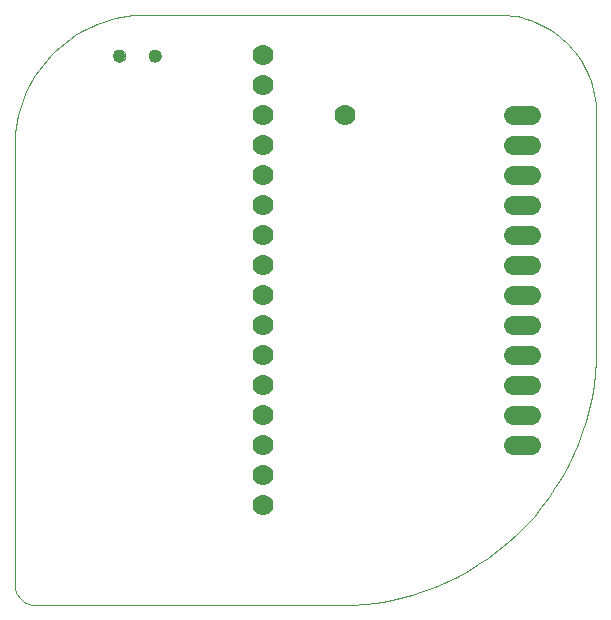
<source format=gbs>
G75*
G70*
%OFA0B0*%
%FSLAX24Y24*%
%IPPOS*%
%LPD*%
%AMOC8*
5,1,8,0,0,1.08239X$1,22.5*
%
%ADD10C,0.0000*%
%ADD11C,0.0434*%
%ADD12C,0.0640*%
%ADD13C,0.0700*%
D10*
X000544Y001058D02*
X000544Y015662D01*
X003840Y018664D02*
X003842Y018691D01*
X003848Y018718D01*
X003857Y018744D01*
X003870Y018768D01*
X003886Y018791D01*
X003905Y018810D01*
X003927Y018827D01*
X003951Y018841D01*
X003976Y018851D01*
X004003Y018858D01*
X004030Y018861D01*
X004058Y018860D01*
X004085Y018855D01*
X004111Y018847D01*
X004135Y018835D01*
X004158Y018819D01*
X004179Y018801D01*
X004196Y018780D01*
X004211Y018756D01*
X004222Y018731D01*
X004230Y018705D01*
X004234Y018678D01*
X004234Y018650D01*
X004230Y018623D01*
X004222Y018597D01*
X004211Y018572D01*
X004196Y018548D01*
X004179Y018527D01*
X004158Y018509D01*
X004136Y018493D01*
X004111Y018481D01*
X004085Y018473D01*
X004058Y018468D01*
X004030Y018467D01*
X004003Y018470D01*
X003976Y018477D01*
X003951Y018487D01*
X003927Y018501D01*
X003905Y018518D01*
X003886Y018537D01*
X003870Y018560D01*
X003857Y018584D01*
X003848Y018610D01*
X003842Y018637D01*
X003840Y018664D01*
X005021Y018664D02*
X005023Y018691D01*
X005029Y018718D01*
X005038Y018744D01*
X005051Y018768D01*
X005067Y018791D01*
X005086Y018810D01*
X005108Y018827D01*
X005132Y018841D01*
X005157Y018851D01*
X005184Y018858D01*
X005211Y018861D01*
X005239Y018860D01*
X005266Y018855D01*
X005292Y018847D01*
X005316Y018835D01*
X005339Y018819D01*
X005360Y018801D01*
X005377Y018780D01*
X005392Y018756D01*
X005403Y018731D01*
X005411Y018705D01*
X005415Y018678D01*
X005415Y018650D01*
X005411Y018623D01*
X005403Y018597D01*
X005392Y018572D01*
X005377Y018548D01*
X005360Y018527D01*
X005339Y018509D01*
X005317Y018493D01*
X005292Y018481D01*
X005266Y018473D01*
X005239Y018468D01*
X005211Y018467D01*
X005184Y018470D01*
X005157Y018477D01*
X005132Y018487D01*
X005108Y018501D01*
X005086Y018518D01*
X005067Y018537D01*
X005051Y018560D01*
X005038Y018584D01*
X005029Y018610D01*
X005023Y018637D01*
X005021Y018664D01*
X004915Y020033D02*
X016662Y020033D01*
X016818Y020029D01*
X016973Y020018D01*
X017128Y020000D01*
X017281Y019974D01*
X017433Y019941D01*
X017584Y019900D01*
X017732Y019853D01*
X017878Y019799D01*
X018021Y019737D01*
X018161Y019669D01*
X018298Y019595D01*
X018431Y019514D01*
X018560Y019426D01*
X018685Y019333D01*
X018805Y019234D01*
X018920Y019129D01*
X019030Y019019D01*
X019135Y018904D01*
X019234Y018784D01*
X019327Y018659D01*
X019415Y018530D01*
X019496Y018397D01*
X019570Y018260D01*
X019638Y018120D01*
X019700Y017977D01*
X019754Y017831D01*
X019801Y017683D01*
X019842Y017532D01*
X019875Y017380D01*
X019901Y017227D01*
X019919Y017072D01*
X019930Y016917D01*
X019934Y016761D01*
X019934Y008909D01*
X019924Y008502D01*
X019895Y008095D01*
X019847Y007691D01*
X019779Y007289D01*
X019693Y006891D01*
X019587Y006497D01*
X019463Y006109D01*
X019321Y005727D01*
X019160Y005353D01*
X018982Y004986D01*
X018787Y004629D01*
X018575Y004281D01*
X018347Y003943D01*
X018102Y003617D01*
X017843Y003303D01*
X017569Y003001D01*
X017281Y002713D01*
X016979Y002439D01*
X016665Y002180D01*
X016339Y001935D01*
X016001Y001707D01*
X015654Y001495D01*
X015296Y001300D01*
X014929Y001122D01*
X014555Y000961D01*
X014173Y000819D01*
X013785Y000695D01*
X013391Y000589D01*
X012993Y000503D01*
X012591Y000435D01*
X012187Y000387D01*
X011780Y000358D01*
X011373Y000348D01*
X001254Y000348D01*
X001203Y000350D01*
X001153Y000355D01*
X001103Y000364D01*
X001054Y000377D01*
X001006Y000393D01*
X000959Y000412D01*
X000914Y000435D01*
X000870Y000461D01*
X000829Y000490D01*
X000789Y000521D01*
X000752Y000556D01*
X000717Y000593D01*
X000686Y000633D01*
X000657Y000674D01*
X000631Y000718D01*
X000608Y000763D01*
X000589Y000810D01*
X000573Y000858D01*
X000560Y000907D01*
X000551Y000957D01*
X000546Y001007D01*
X000544Y001058D01*
X000544Y015662D02*
X000549Y015870D01*
X000564Y016077D01*
X000588Y016284D01*
X000623Y016489D01*
X000667Y016693D01*
X000721Y016893D01*
X000784Y017092D01*
X000857Y017287D01*
X000939Y017478D01*
X001030Y017665D01*
X001130Y017848D01*
X001238Y018025D01*
X001354Y018197D01*
X001479Y018364D01*
X001612Y018524D01*
X001752Y018678D01*
X001899Y018825D01*
X002053Y018965D01*
X002213Y019098D01*
X002380Y019223D01*
X002552Y019339D01*
X002729Y019447D01*
X002912Y019547D01*
X003099Y019638D01*
X003290Y019720D01*
X003485Y019793D01*
X003684Y019856D01*
X003884Y019910D01*
X004088Y019954D01*
X004293Y019989D01*
X004500Y020013D01*
X004707Y020028D01*
X004915Y020033D01*
D11*
X005218Y018664D03*
X004037Y018664D03*
D12*
X017173Y016675D02*
X017773Y016675D01*
X017773Y015675D02*
X017173Y015675D01*
X017173Y014675D02*
X017773Y014675D01*
X017773Y013675D02*
X017173Y013675D01*
X017173Y012675D02*
X017773Y012675D01*
X017773Y011675D02*
X017173Y011675D01*
X017173Y010675D02*
X017773Y010675D01*
X017773Y009675D02*
X017173Y009675D01*
X017173Y008675D02*
X017773Y008675D01*
X017773Y007675D02*
X017173Y007675D01*
X017173Y006675D02*
X017773Y006675D01*
X017773Y005675D02*
X017173Y005675D01*
D13*
X008812Y005675D03*
X008812Y006675D03*
X008812Y007675D03*
X008812Y008675D03*
X008812Y009675D03*
X008812Y010675D03*
X008812Y011675D03*
X008812Y012675D03*
X008812Y013675D03*
X008812Y014675D03*
X008812Y015675D03*
X008812Y016675D03*
X008812Y017675D03*
X008812Y018675D03*
X011568Y016687D03*
X008812Y004675D03*
X008812Y003675D03*
M02*

</source>
